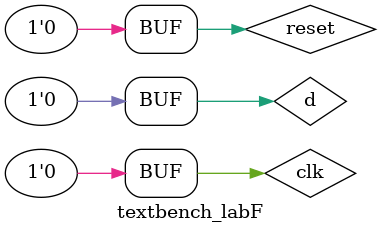
<source format=v>
`timescale 1ns / 10ps
module textbench_labF();
    reg clk, reset, d; 
    wire q;
    parameter T=20;
    d_ff_reset uut (.clk(clk), .reset(reset), .d(d), .q(q));
    // Giving clock the period 10ns
    always 
    begin
        clk = 1'b1;
        #(T/2);
        clk = 1'b0;
        #(T/2);
    end
    // Giving reset the period 40ns and 60ns 
    always
    begin
        reset = 1'b1;
        #(2*T);
        reset = 1'b0;
        #(3*T);
        reset = 1'b1;
        #(2*T);
        reset = 1'b0;
        #(3*T);
    end 
    // Giving d input the period 10ns, 60ns, 40ns, 100ns, and 40ns
    initial
    begin
        d = 1'b0;
        #T;
        d = 1'b1;
        #(3*T);
        d = 1'b0;
        #(2*T);
        d = 1'b1;
        #(5*T);
        d = 1'b0;
        #(2*T);
    end
    
endmodule

</source>
